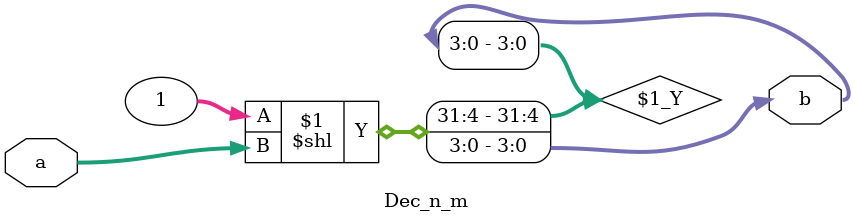
<source format=v>
module Dec_n_m (
    a,b
);
    parameter n = 2;//设置默认值
    parameter m = 4;

    input   [n-1:0] a;
    output  [m-1:0] b;

    assign b = 1 << a; 
    /*
        采用左移运算符 "<<" ，根据输入 a 将 1 移动到指定位置，
        并且以独热码的形式将结果从 b 输出
    */
endmodule

</source>
